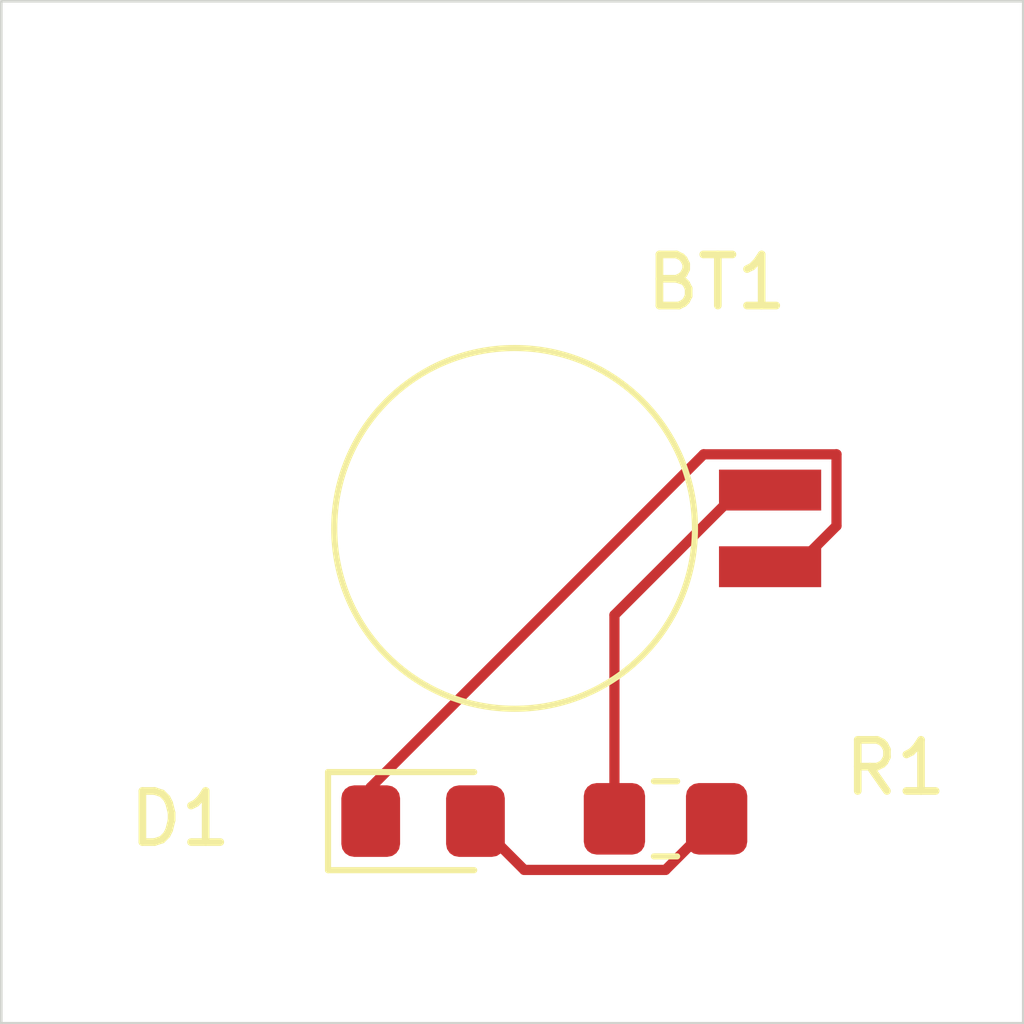
<source format=kicad_pcb>
(kicad_pcb (version 20240108) (generator "pcbnew") (generator_version "8.0")
  (title_block (title "First PCB") (date "2024-10-08"))
  (layers (0 "F.Cu" signal) (31 "B.Cu" signal) (34 "B.Paste" user) (35 "F.Paste" user) (36 "B.SilkS" user "B.Silkscreen") (37 "F.SilkS" user "F.Silkscreen") (38 "B.Mask" user) (39 "F.Mask" user) (44 "Edge.Cuts" user))
  (net 0 "")
  (net 1 "Net-(BT1--)")
  (net 2 "Net-(BT1-+)")
  (net 3 "Net-(D1-A)")
  (footprint "Diode_SMD:D_0805_2012Metric_Pad1.15x1.40mm_HandSolder" (layer "F.Cu") (at 134.255 98.545)
    (property "Reference" "D1" (at -4.755 -0.045 0) (layer "F.SilkS"))
    (property "Value" "LED")
    (fp_line (start -1.86 -0.96) (end -1.86 0.96) (stroke (width 0.12)) (layer "F.SilkS"))
    (fp_line (start -1.86 0.96) (end 1 0.96) (stroke (width 0.12)) (layer "F.SilkS"))
    (fp_line (start 1 -0.96) (end -1.86 -0.96) (stroke (width 0.12)) (layer "F.SilkS"))
    (pad "1" smd roundrect (at -1.025 0) (size 1.15 1.4) (layers "F.Cu" "F.Paste" "F.Mask") (roundrect_rratio 0.217391) (net 1 "Net-(BT1--)"))
    (pad "2" smd roundrect (at 1.025 0) (size 1.15 1.4) (layers "F.Cu" "F.Paste" "F.Mask") (roundrect_rratio 0.217391) (net 3 "Net-(D1-A)"))
  )
  (footprint "Battery:BatteryHolder_Seiko_MS621F" (layer "F.Cu") (at 141.046204 92.816204)
    (property "Reference" "BT1" (at -1.046204 -4.816204 0) (layer "F.SilkS"))
    (property "Value" "Battery_Cell")
    (fp_circle (center -5 0) (end -1.47 0) (stroke (width 0.12)) (fill none) (layer "F.SilkS"))
    (pad "1" smd rect (at 0 -0.75) (size 2 0.8) (layers "F.Cu" "F.Paste" "F.Mask") (net 2 "Net-(BT1-+)"))
    (pad "2" smd rect (at 0 0.75) (size 2 0.8) (layers "F.Cu" "F.Paste" "F.Mask") (net 1 "Net-(BT1--)"))
  )
  (footprint "Resistor_SMD:R_0805_2012Metric_Pad1.20x1.40mm_HandSolder" (layer "F.Cu") (at 139 98.5)
    (property "Reference" "R1" (at 4.5 -1 0) (layer "F.SilkS"))
    (property "Value" "R")
    (fp_line (start -0.227064 -0.735) (end 0.227064 -0.735) (stroke (width 0.12)) (layer "F.SilkS"))
    (fp_line (start -0.227064 0.735) (end 0.227064 0.735) (stroke (width 0.12)) (layer "F.SilkS"))
    (pad "1" smd roundrect (at -1 0) (size 1.2 1.4) (layers "F.Cu" "F.Paste" "F.Mask") (roundrect_rratio 0.208333) (net 2 "Net-(BT1-+)"))
    (pad "2" smd roundrect (at 1 0) (size 1.2 1.4) (layers "F.Cu" "F.Paste" "F.Mask") (roundrect_rratio 0.208333) (net 3 "Net-(D1-A)"))
  )
  (gr_rect (start 126 82.5) (end 146 102.5) (stroke (width 0.05)) (fill none) (layer "Edge.Cuts"))
  (segment (start 142.346204 92.766204) (end 141.546204 93.566204) (width 0.2) (layer "F.Cu") (net 1))
  (segment (start 139.746204 91.366204) (end 142.346204 91.366204) (width 0.2) (layer "F.Cu") (net 1))
  (segment (start 142.346204 91.366204) (end 142.346204 92.766204) (width 0.2) (layer "F.Cu") (net 1))
  (segment (start 133.23 97.882408) (end 139.746204 91.366204) (width 0.2) (layer "F.Cu") (net 1))
  (segment (start 133.23 98.545) (end 133.23 97.882408) (width 0.2) (layer "F.Cu") (net 1))
  (segment (start 141.546204 93.566204) (end 141.046204 93.566204) (width 0.2) (layer "F.Cu") (net 1))
  (segment (start 138 94.512408) (end 138 98.5) (width 0.2) (layer "F.Cu") (net 2))
  (segment (start 141.046204 92.066204) (end 140.446204 92.066204) (width 0.2) (layer "F.Cu") (net 2))
  (segment (start 140.446204 92.066204) (end 138 94.512408) (width 0.2) (layer "F.Cu") (net 2))
  (segment (start 139 99.5) (end 140 98.5) (width 0.2) (layer "F.Cu") (net 3))
  (segment (start 135.28 98.545) (end 136.235 99.5) (width 0.2) (layer "F.Cu") (net 3))
  (segment (start 136.235 99.5) (end 139 99.5) (width 0.2) (layer "F.Cu") (net 3))
)
</source>
